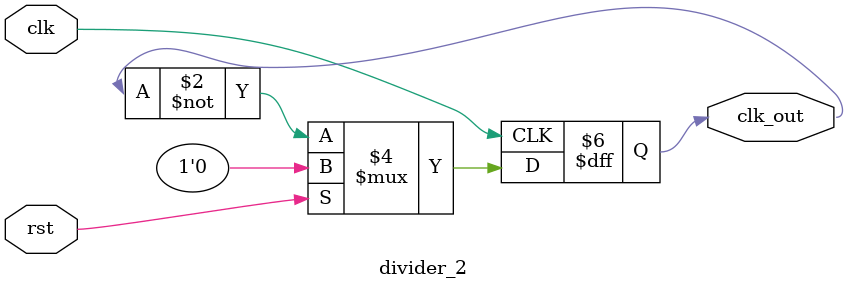
<source format=v>
module divider_2(clk, rst, clk_out);
	input clk, rst;
	output reg clk_out;
	always @(posedge clk)
	begin
	if (rst)
		clk_out <= 1'b0;
	else
		clk_out <= ~clk_out;
	end
endmodule
</source>
